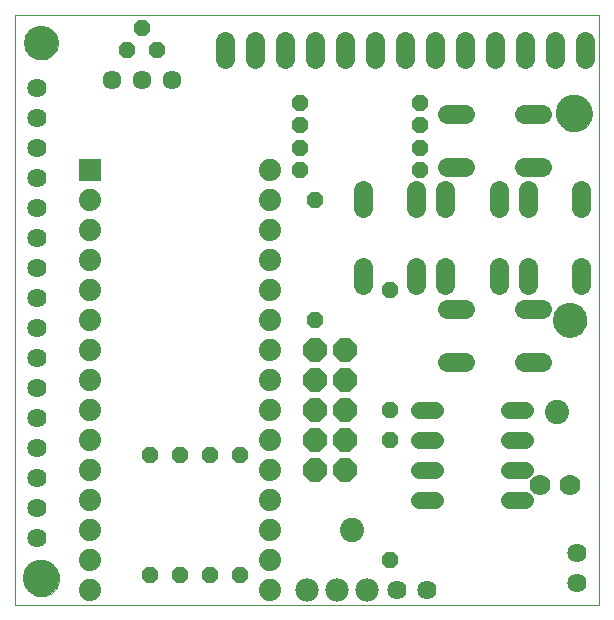
<source format=gts>
G75*
%MOIN*%
%OFA0B0*%
%FSLAX24Y24*%
%IPPOS*%
%LPD*%
%AMOC8*
5,1,8,0,0,1.08239X$1,22.5*
%
%ADD10C,0.0000*%
%ADD11C,0.1221*%
%ADD12C,0.1142*%
%ADD13OC8,0.0560*%
%ADD14C,0.0640*%
%ADD15C,0.0634*%
%ADD16C,0.0634*%
%ADD17C,0.0640*%
%ADD18OC8,0.0780*%
%ADD19R,0.0740X0.0740*%
%ADD20C,0.0740*%
%ADD21C,0.0780*%
%ADD22C,0.0560*%
%ADD23C,0.0700*%
%ADD24C,0.0808*%
D10*
X000800Y002782D02*
X000800Y022467D01*
X020292Y022467D01*
X020292Y002782D01*
X000800Y002782D01*
X001103Y003676D02*
X001105Y003724D01*
X001111Y003772D01*
X001121Y003819D01*
X001134Y003865D01*
X001152Y003910D01*
X001172Y003954D01*
X001197Y003996D01*
X001225Y004035D01*
X001255Y004072D01*
X001289Y004106D01*
X001326Y004138D01*
X001364Y004167D01*
X001405Y004192D01*
X001448Y004214D01*
X001493Y004232D01*
X001539Y004246D01*
X001586Y004257D01*
X001634Y004264D01*
X001682Y004267D01*
X001730Y004266D01*
X001778Y004261D01*
X001826Y004252D01*
X001872Y004240D01*
X001917Y004223D01*
X001961Y004203D01*
X002003Y004180D01*
X002043Y004153D01*
X002081Y004123D01*
X002116Y004090D01*
X002148Y004054D01*
X002178Y004016D01*
X002204Y003975D01*
X002226Y003932D01*
X002246Y003888D01*
X002261Y003843D01*
X002273Y003796D01*
X002281Y003748D01*
X002285Y003700D01*
X002285Y003652D01*
X002281Y003604D01*
X002273Y003556D01*
X002261Y003509D01*
X002246Y003464D01*
X002226Y003420D01*
X002204Y003377D01*
X002178Y003336D01*
X002148Y003298D01*
X002116Y003262D01*
X002081Y003229D01*
X002043Y003199D01*
X002003Y003172D01*
X001961Y003149D01*
X001917Y003129D01*
X001872Y003112D01*
X001826Y003100D01*
X001778Y003091D01*
X001730Y003086D01*
X001682Y003085D01*
X001634Y003088D01*
X001586Y003095D01*
X001539Y003106D01*
X001493Y003120D01*
X001448Y003138D01*
X001405Y003160D01*
X001364Y003185D01*
X001326Y003214D01*
X001289Y003246D01*
X001255Y003280D01*
X001225Y003317D01*
X001197Y003356D01*
X001172Y003398D01*
X001152Y003442D01*
X001134Y003487D01*
X001121Y003533D01*
X001111Y003580D01*
X001105Y003628D01*
X001103Y003676D01*
X001143Y021532D02*
X001145Y021579D01*
X001151Y021625D01*
X001161Y021671D01*
X001174Y021716D01*
X001192Y021759D01*
X001213Y021801D01*
X001237Y021841D01*
X001265Y021878D01*
X001296Y021913D01*
X001330Y021946D01*
X001366Y021975D01*
X001405Y022001D01*
X001446Y022024D01*
X001489Y022043D01*
X001533Y022059D01*
X001578Y022071D01*
X001624Y022079D01*
X001671Y022083D01*
X001717Y022083D01*
X001764Y022079D01*
X001810Y022071D01*
X001855Y022059D01*
X001899Y022043D01*
X001942Y022024D01*
X001983Y022001D01*
X002022Y021975D01*
X002058Y021946D01*
X002092Y021913D01*
X002123Y021878D01*
X002151Y021841D01*
X002175Y021801D01*
X002196Y021759D01*
X002214Y021716D01*
X002227Y021671D01*
X002237Y021625D01*
X002243Y021579D01*
X002245Y021532D01*
X002243Y021485D01*
X002237Y021439D01*
X002227Y021393D01*
X002214Y021348D01*
X002196Y021305D01*
X002175Y021263D01*
X002151Y021223D01*
X002123Y021186D01*
X002092Y021151D01*
X002058Y021118D01*
X002022Y021089D01*
X001983Y021063D01*
X001942Y021040D01*
X001899Y021021D01*
X001855Y021005D01*
X001810Y020993D01*
X001764Y020985D01*
X001717Y020981D01*
X001671Y020981D01*
X001624Y020985D01*
X001578Y020993D01*
X001533Y021005D01*
X001489Y021021D01*
X001446Y021040D01*
X001405Y021063D01*
X001366Y021089D01*
X001330Y021118D01*
X001296Y021151D01*
X001265Y021186D01*
X001237Y021223D01*
X001213Y021263D01*
X001192Y021305D01*
X001174Y021348D01*
X001161Y021393D01*
X001151Y021439D01*
X001145Y021485D01*
X001143Y021532D01*
X018749Y012282D02*
X018751Y012329D01*
X018757Y012375D01*
X018767Y012421D01*
X018780Y012466D01*
X018798Y012509D01*
X018819Y012551D01*
X018843Y012591D01*
X018871Y012628D01*
X018902Y012663D01*
X018936Y012696D01*
X018972Y012725D01*
X019011Y012751D01*
X019052Y012774D01*
X019095Y012793D01*
X019139Y012809D01*
X019184Y012821D01*
X019230Y012829D01*
X019277Y012833D01*
X019323Y012833D01*
X019370Y012829D01*
X019416Y012821D01*
X019461Y012809D01*
X019505Y012793D01*
X019548Y012774D01*
X019589Y012751D01*
X019628Y012725D01*
X019664Y012696D01*
X019698Y012663D01*
X019729Y012628D01*
X019757Y012591D01*
X019781Y012551D01*
X019802Y012509D01*
X019820Y012466D01*
X019833Y012421D01*
X019843Y012375D01*
X019849Y012329D01*
X019851Y012282D01*
X019849Y012235D01*
X019843Y012189D01*
X019833Y012143D01*
X019820Y012098D01*
X019802Y012055D01*
X019781Y012013D01*
X019757Y011973D01*
X019729Y011936D01*
X019698Y011901D01*
X019664Y011868D01*
X019628Y011839D01*
X019589Y011813D01*
X019548Y011790D01*
X019505Y011771D01*
X019461Y011755D01*
X019416Y011743D01*
X019370Y011735D01*
X019323Y011731D01*
X019277Y011731D01*
X019230Y011735D01*
X019184Y011743D01*
X019139Y011755D01*
X019095Y011771D01*
X019052Y011790D01*
X019011Y011813D01*
X018972Y011839D01*
X018936Y011868D01*
X018902Y011901D01*
X018871Y011936D01*
X018843Y011973D01*
X018819Y012013D01*
X018798Y012055D01*
X018780Y012098D01*
X018767Y012143D01*
X018757Y012189D01*
X018751Y012235D01*
X018749Y012282D01*
X018853Y019176D02*
X018855Y019224D01*
X018861Y019272D01*
X018871Y019319D01*
X018884Y019365D01*
X018902Y019410D01*
X018922Y019454D01*
X018947Y019496D01*
X018975Y019535D01*
X019005Y019572D01*
X019039Y019606D01*
X019076Y019638D01*
X019114Y019667D01*
X019155Y019692D01*
X019198Y019714D01*
X019243Y019732D01*
X019289Y019746D01*
X019336Y019757D01*
X019384Y019764D01*
X019432Y019767D01*
X019480Y019766D01*
X019528Y019761D01*
X019576Y019752D01*
X019622Y019740D01*
X019667Y019723D01*
X019711Y019703D01*
X019753Y019680D01*
X019793Y019653D01*
X019831Y019623D01*
X019866Y019590D01*
X019898Y019554D01*
X019928Y019516D01*
X019954Y019475D01*
X019976Y019432D01*
X019996Y019388D01*
X020011Y019343D01*
X020023Y019296D01*
X020031Y019248D01*
X020035Y019200D01*
X020035Y019152D01*
X020031Y019104D01*
X020023Y019056D01*
X020011Y019009D01*
X019996Y018964D01*
X019976Y018920D01*
X019954Y018877D01*
X019928Y018836D01*
X019898Y018798D01*
X019866Y018762D01*
X019831Y018729D01*
X019793Y018699D01*
X019753Y018672D01*
X019711Y018649D01*
X019667Y018629D01*
X019622Y018612D01*
X019576Y018600D01*
X019528Y018591D01*
X019480Y018586D01*
X019432Y018585D01*
X019384Y018588D01*
X019336Y018595D01*
X019289Y018606D01*
X019243Y018620D01*
X019198Y018638D01*
X019155Y018660D01*
X019114Y018685D01*
X019076Y018714D01*
X019039Y018746D01*
X019005Y018780D01*
X018975Y018817D01*
X018947Y018856D01*
X018922Y018898D01*
X018902Y018942D01*
X018884Y018987D01*
X018871Y019033D01*
X018861Y019080D01*
X018855Y019128D01*
X018853Y019176D01*
D11*
X019444Y019176D03*
X001694Y003676D03*
D12*
X001694Y021532D03*
X019300Y012282D03*
D13*
X014300Y017282D03*
X014300Y018032D03*
X014300Y018782D03*
X014300Y019532D03*
X010800Y016282D03*
X010300Y017282D03*
X010300Y018032D03*
X010300Y018782D03*
X010300Y019532D03*
X005550Y021282D03*
X005050Y022032D03*
X004550Y021282D03*
X010800Y012282D03*
X013300Y013282D03*
X013300Y009282D03*
X013300Y008282D03*
X013300Y004282D03*
X008300Y003782D03*
X007300Y003782D03*
X006300Y003782D03*
X005300Y003782D03*
X005300Y007782D03*
X006300Y007782D03*
X007300Y007782D03*
X008300Y007782D03*
D14*
X013550Y003282D03*
X014550Y003282D03*
X019550Y003532D03*
X019550Y004532D03*
X001550Y005032D03*
X001550Y006032D03*
X001550Y007032D03*
X001550Y008032D03*
X001550Y009032D03*
X001550Y010032D03*
X001550Y011032D03*
X001550Y012032D03*
X001550Y013032D03*
X001550Y014032D03*
X001550Y015032D03*
X001550Y016032D03*
X001550Y017032D03*
X001550Y018032D03*
X001550Y019032D03*
X001550Y020032D03*
D15*
X004050Y020282D03*
X005050Y020282D03*
X006050Y020282D03*
D16*
X007800Y020985D02*
X007800Y021579D01*
X008800Y021579D02*
X008800Y020985D01*
X009800Y020985D02*
X009800Y021579D01*
X010800Y021579D02*
X010800Y020985D01*
X011800Y020985D02*
X011800Y021579D01*
X012800Y021579D02*
X012800Y020985D01*
X013800Y020985D02*
X013800Y021579D01*
X014800Y021579D02*
X014800Y020985D01*
X015800Y020985D02*
X015800Y021579D01*
X016800Y021579D02*
X016800Y020985D01*
X017800Y020985D02*
X017800Y021579D01*
X018800Y021579D02*
X018800Y020985D01*
X019800Y020985D02*
X019800Y021579D01*
D17*
X018380Y019172D02*
X017780Y019172D01*
X017780Y017392D02*
X018380Y017392D01*
X017910Y016612D02*
X017910Y016012D01*
X016940Y016012D02*
X016940Y016612D01*
X015820Y017392D02*
X015220Y017392D01*
X015160Y016612D02*
X015160Y016012D01*
X014190Y016012D02*
X014190Y016612D01*
X012410Y016612D02*
X012410Y016012D01*
X012410Y014052D02*
X012410Y013452D01*
X014190Y013452D02*
X014190Y014052D01*
X015160Y014052D02*
X015160Y013452D01*
X015220Y012672D02*
X015820Y012672D01*
X016940Y013452D02*
X016940Y014052D01*
X017910Y014052D02*
X017910Y013452D01*
X017780Y012672D02*
X018380Y012672D01*
X019690Y013452D02*
X019690Y014052D01*
X019690Y016012D02*
X019690Y016612D01*
X015820Y019172D02*
X015220Y019172D01*
X015220Y010892D02*
X015820Y010892D01*
X017780Y010892D02*
X018380Y010892D01*
D18*
X011800Y011282D03*
X010800Y011282D03*
X010800Y010282D03*
X010800Y009282D03*
X010800Y008282D03*
X010800Y007282D03*
X011800Y007282D03*
X011800Y008282D03*
X011800Y009282D03*
X011800Y010282D03*
D19*
X003300Y017282D03*
D20*
X003300Y016282D03*
X003300Y015282D03*
X003300Y014282D03*
X003300Y013282D03*
X003300Y012282D03*
X003300Y011282D03*
X003300Y010282D03*
X003300Y009282D03*
X003300Y008282D03*
X003300Y007282D03*
X003300Y006282D03*
X003300Y005282D03*
X003300Y004282D03*
X003300Y003282D03*
X009300Y003282D03*
X009300Y004282D03*
X009300Y005282D03*
X009300Y006282D03*
X009300Y007282D03*
X009300Y008282D03*
X009300Y009282D03*
X009300Y010282D03*
X009300Y011282D03*
X009300Y012282D03*
X009300Y013282D03*
X009300Y014282D03*
X009300Y015282D03*
X009300Y016282D03*
X009300Y017282D03*
D21*
X010550Y003282D03*
X011550Y003282D03*
X012550Y003282D03*
D22*
X014290Y006282D02*
X014810Y006282D01*
X014810Y007282D02*
X014290Y007282D01*
X014290Y008282D02*
X014810Y008282D01*
X014810Y009282D02*
X014290Y009282D01*
X017290Y009282D02*
X017810Y009282D01*
X017810Y008282D02*
X017290Y008282D01*
X017290Y007282D02*
X017810Y007282D01*
X017810Y006282D02*
X017290Y006282D01*
D23*
X018300Y006782D03*
X019300Y006782D03*
D24*
X018869Y009219D03*
X012050Y005282D03*
M02*

</source>
